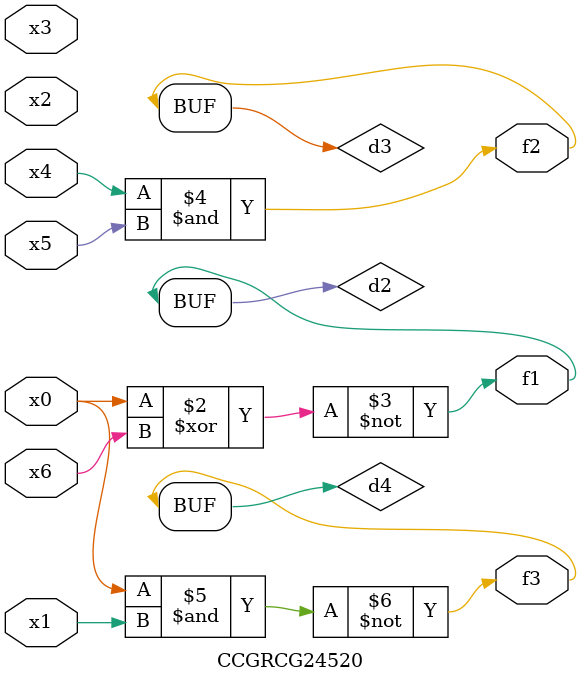
<source format=v>
module CCGRCG24520(
	input x0, x1, x2, x3, x4, x5, x6,
	output f1, f2, f3
);

	wire d1, d2, d3, d4;

	nor (d1, x0);
	xnor (d2, x0, x6);
	and (d3, x4, x5);
	nand (d4, x0, x1);
	assign f1 = d2;
	assign f2 = d3;
	assign f3 = d4;
endmodule

</source>
